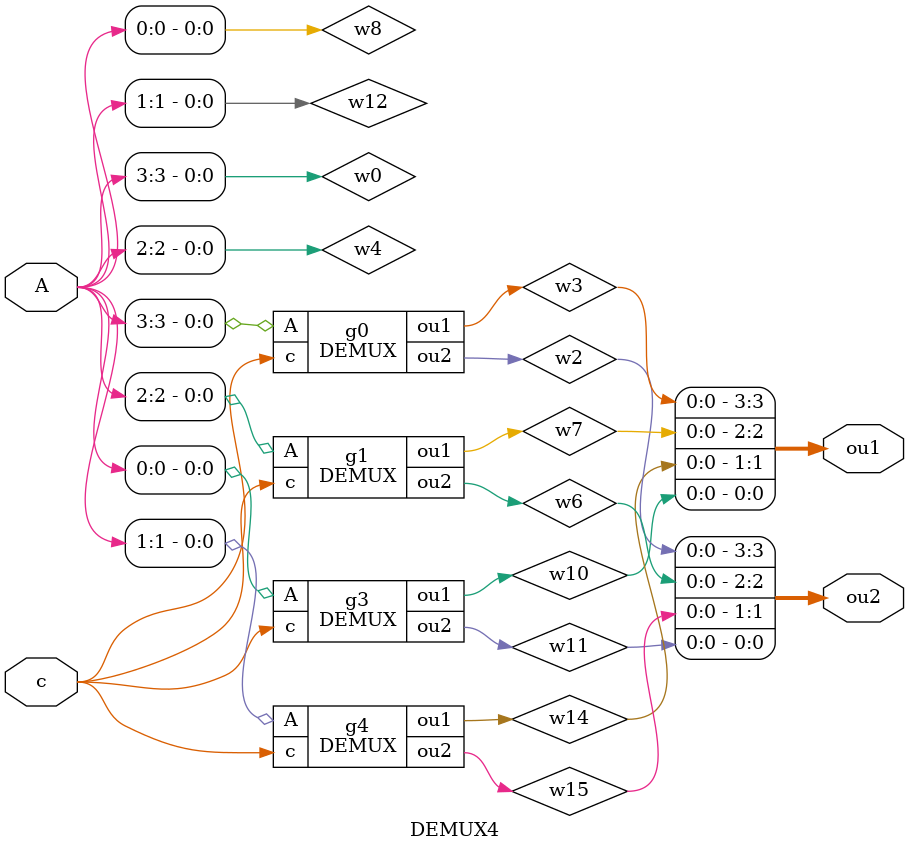
<source format=v>

`timescale 1ns/1ns

module main;    //: root_module
reg w13;    //: /sn:0 {0}(480,702)(205,702)(205,1056){1}
//: {2}(207,1058)(371,1058){3}
//: {4}(203,1058)(158,1058){5}
//: {6}(156,1056)(156,738)(351,738){7}
//: {8}(154,1058)(-49,1058)(-49,994)(-55,994){9}
//: {10}(-57,992)(-57,889)(-31,889){11}
//: {12}(-57,996)(-57,997)(-162,997){13}
supply0 w22;    //: /sn:0 {0}(527,923)(527,906)(488,906){1}
reg w12;    //: /sn:0 {0}(-162,840)(-143,840)(-143,840)(-128,840){1}
reg [3:0] w32;    //: /sn:0 {0}(#:267,674)(267,778)(349,778)(349,780){1}
reg [3:0] w33;    //: /sn:0 {0}(#:484,648)(484,665)(454,665)(454,690)(384,690)(384,710){1}
reg [3:0] w14;    //: /sn:0 {0}(#:392,674)(392,680)(438,680)(438,741){1}
reg [3:0] w5;    //: /sn:0 {0}(#:605,648)(605,665)(513,665)(513,674){1}
wire w6;    //: /sn:0 {0}(339,805)(43,805){1}
//: {2}(41,803)(41,766)(428,766){3}
//: {4}(41,807)(41,878){5}
//: {6}(39,880)(26,880){7}
//: {8}(41,882)(41,933){9}
//: {10}(39,935)(21,935){11}
//: {12}(41,937)(41,969)(389,969){13}
wire [3:0] w7;    //: /sn:0 {0}(#:398,873)(#:398,866)(367,866)(367,842){1}
//: {4}(367,838)(#:367,824){5}
//: {2}(#:365,840)(349,840)(349,871)(310,871)(310,861){3}
wire [3:0] w25;    //: /sn:0 {0}(#:386,780)(#:386,752){1}
wire [3:0] w0;    //: /sn:0 {0}(#:404,1030)(404,1024){1}
//: {2}(404,1020)(404,994){3}
//: {4}(#:402,1022)(321,1022)(321,1015){5}
wire [3:0] w29;    //: /sn:0 {0}(#:515,716)(515,739)(475,739)(#:475,741){1}
wire [7:0] w30;    //: /sn:0 {0}(#:514,1146)(514,1179)(427,1179)(427,1145){1}
wire w18;    //: /sn:0 {0}(-81,860)(-31,860){1}
wire [3:0] w23;    //: /sn:0 {0}(#:447,1102)(447,1055)(444,1055)(444,1023){1}
//: {2}(#:446,1021)(504,1021)(504,1015){3}
//: {4}(444,1019)(#:444,994){5}
wire [3:0] w10;    //: /sn:0 {0}(#:456,810)(456,800){1}
//: {2}(#:458,798)(496,798)(496,871)(528,871)(528,861){3}
//: {4}(456,796)(#:456,785){5}
wire w21;    //: /sn:0 {0}(-128,869)(-145,869)(-145,936)(-21,936){1}
wire [3:0] w1;    //: /sn:0 {0}(#:421,952)(#:421,939){1}
wire [3:0] w27;    //: /sn:0 {0}(#:406,1072)(#:406,1102){1}
wire w26;    //: /sn:0 {0}(359,903)(366,903){1}
wire [3:0] w9;    //: /sn:0 {0}(#:459,853)(#:459,873){1}
//: enddecls

  //: joint g4 (w7) @(367, 840) /w:[ -1 4 2 1 ]
  //: LED g44 (w7) @(310,854) /sn:0 /w:[ 3 ] /type:3
  REG4 g8 (.in(w5), .clk(w13), .out(w29));   //: @(481, 675) /sz:(65, 40) /sn:0 /p:[ Ti0>1 Li0>0 Bo0<0 ]
  //: joint g3 (w10) @(456, 798) /w:[ 2 4 -1 1 ]
  //: DIP B (w14) @(392,664) /w:[ 0 ] /st:3 /dn:1
  mAND g26 (.a(w12), .b(w21), .out0(w18));   //: @(-127, 821) /sz:(45, 68) /sn:0 /p:[ Li0>1 Li1>0 Ro0<0 ]
  DEMUX4 g2 (.A(w1), .c(w6), .ou1(w0), .ou2(w23));   //: @(390, 953) /sz:(66, 40) /sn:0 /p:[ Ti0>0 Li0>13 Bo0<3 Bo1<5 ]
  FFDet g24 (.D(w18), .Clk(w13), .Y(w6));   //: @(-30, 847) /sz:(55, 53) /sn:0 /p:[ Li0>1 Li1>11 Ro0<7 ]
  MUX4 g1 (.A(w14), .B(w29), .C(w6), .out(w10));   //: @(429, 742) /sz:(66, 42) /sn:0 /p:[ Ti0>1 Ti1>1 Li0>3 Bo0<5 ]
  //: DIP A (w32) @(267,664) /w:[ 0 ] /st:10 /dn:1
  //: joint g10 (w6) @(41, 805) /w:[ 1 2 -1 4 ]
  mINV g25 (.w1(w6), .w2(w21));   //: @(-20, 911) /sz:(40, 48) /R:2 /sn:0 /p:[ Ri0>11 Lo0<1 ]
  //: SWITCH Clock (w13) @(-179,997) /w:[ 13 ] /st:0 /dn:1
  //: LED g49 (w23) @(504,1008) /sn:0 /w:[ 3 ] /type:3
  REG4 g6 (.in(w33), .clk(w13), .out(w25));   //: @(352, 711) /sz:(65, 40) /sn:0 /p:[ Ti0>1 Li0>7 Bo0<1 ]
  //: joint g9 (w6) @(41, 880) /w:[ -1 5 6 8 ]
  //: joint g7 (w23) @(444, 1021) /w:[ 2 4 -1 1 ]
  //: GROUND g35 (w22) @(527,929) /sn:0 /w:[ 0 ]
  //: LED g41 (w10) @(528,854) /sn:0 /w:[ 3 ] /type:3
  //: LED g45 (w30) @(514,1139) /sn:0 /w:[ 0 ] /type:3
  COMPL2 g33 (.N(w10), .O(w9));   //: @(430, 811) /sz:(54, 41) /sn:0 /p:[ Ti0>0 Bo0<0 ]
  MUL4 g42 (.A(w27), .B(w23), .out(w30));   //: @(386, 1103) /sz:(82, 41) /sn:0 /p:[ Ti0>1 Ti1>0 Bo0<1 ]
  //: joint g12 (w13) @(-57, 994) /w:[ 9 10 -1 12 ]
  //: SWITCH g28 (w12) @(-179,840) /sn:0 /w:[ 0 ] /st:1 /dn:1
  RCA4 g34 (.A(w7), .B(w9), .cin(w22), .cout(w26), .S(w1));   //: @(367, 874) /sz:(120, 64) /sn:0 /p:[ Ti0>0 Ti1>1 Ri0>1 Lo0<1 Bo0<1 ]
  //: joint g11 (w6) @(41, 935) /w:[ -1 9 10 12 ]
  //: joint g5 (w0) @(404, 1022) /w:[ -1 2 4 1 ]
  REG4 g14 (.in(w0), .clk(w13), .out(w27));   //: @(372, 1031) /sz:(65, 40) /sn:0 /p:[ Ti0>0 Li0>3 Bo0<0 ]
  //: DIP D (w5) @(605,638) /w:[ 0 ] /st:1 /dn:1
  //: DIP C (w33) @(484,638) /w:[ 0 ] /st:3 /dn:1
  //: joint g15 (w13) @(156, 1058) /w:[ 5 6 8 -1 ]
  MUX4 g0 (.A(w32), .B(w25), .C(w6), .out(w7));   //: @(340, 781) /sz:(66, 42) /sn:0 /p:[ Ti0>1 Ti1>0 Li0>0 Bo0<5 ]
  //: joint g13 (w13) @(205, 1058) /w:[ 2 1 4 -1 ]
  //: LED g53 (w0) @(321,1008) /sn:0 /w:[ 5 ] /type:3

endmodule
//: /netlistEnd

//: /netlistBegin FFDls
module FFDls(Y, Clk, D);
//: interface  /sz:(46, 61) /bd:[ Li0>Clk(49/61) Li1>D(9/61) Ro0<Y(36/61) ] /pd: 0 /pi: 0 /pe: 1 /pp: 1
input Clk;    //: /sn:0 {0}(289,238)(274,238)(274,208){1}
//: {2}(274,204)(274,168)(289,168){3}
//: {4}(272,206)(143,206){5}
input D;    //: /sn:0 {0}(193,268)(175,268)(175,141){1}
//: {2}(177,139)(289,139){3}
//: {4}(173,139)(148,139){5}
output Y;    //: /sn:0 {0}(541,180)(493,180){1}
//: {2}(489,180)(469,180){3}
//: {4}(491,182)(491,229)(416,229)(416,254)(426,254){5}
wire w7;    //: /sn:0 {0}(426,288)(351,288)(351,258)(336,258){1}
wire w4;    //: /sn:0 {0}(425,159)(336,159){1}
wire w0;    //: /sn:0 {0}(470,275)(480,275)(480,221)(410,221)(410,193)(425,193){1}
wire w1;    //: /sn:0 {0}(235,267)(289,267){1}
//: enddecls

  mNOR g8 (.A(Y), .B(w7), .out(w0));   //: @(427, 238) /sz:(42, 64) /sn:0 /p:[ Li0>5 Li1>0 Ro0<0 ]
  //: joint g4 (D) @(175, 139) /w:[ 2 -1 4 1 ]
  mAND g3 (.a(Clk), .b(w1), .out0(w7));   //: @(290, 219) /sz:(45, 68) /sn:0 /p:[ Li0>0 Li1>1 Ro0<1 ]
  mAND g2 (.a(D), .b(Clk), .out0(w4));   //: @(290, 120) /sz:(45, 68) /sn:0 /p:[ Li0>3 Li1>3 Ro0<1 ]
  mINV g1 (.w1(D), .w2(w1));   //: @(194, 244) /sz:(40, 48) /sn:0 /p:[ Li0>0 Ro0<0 ]
  //: joint g10 (Y) @(491, 180) /w:[ 1 -1 2 4 ]
  //: joint g6 (Clk) @(274, 206) /w:[ -1 2 4 1 ]
  //: OUT g9 (Y) @(538,180) /sn:0 /w:[ 0 ]
  mNOR g7 (.A(w4), .B(w0), .out(Y));   //: @(426, 143) /sz:(42, 64) /sn:0 /p:[ Li0>0 Li1>1 Ro0<3 ]
  //: IN g5 (Clk) @(141,206) /sn:0 /w:[ 5 ]
  //: IN g0 (D) @(146,139) /sn:0 /w:[ 5 ]

endmodule
//: /netlistEnd

//: /netlistBegin COMPL2
module COMPL2(O, N);
//: interface  /sz:(54, 41) /bd:[ Ti0>N[3:0](26/54) Bo0<O[3:0](29/54) ] /pd: 0 /pi: 0 /pe: 1 /pp: 1
supply1 w0;    //: /sn:0 {0}(754,310)(754,337)(714,337){1}
output [3:0] O;    //: /sn:0 {0}(#:529,575)(552,575)(#:552,477){1}
input [3:0] N;    //: /sn:0 {0}(#:314,54)(389,54){1}
//: {2}(390,54)(485,54){3}
//: {4}(486,54)(579,54){5}
//: {6}(580,54)(681,54){7}
//: {8}(682,54)(#:756,54){9}
wire w6;    //: /sn:0 {0}(580,311)(580,243){1}
wire w16;    //: /sn:0 {0}(456,334)(422,334){1}
wire w7;    //: /sn:0 {0}(579,201)(579,50){1}
wire w4;    //: /sn:0 {0}(390,309)(390,243){1}
wire w3;    //: /sn:0 {0}(484,199)(484,57)(485,57)(485,50){1}
wire w20;    //: /sn:0 {0}(567,471)(567,460)(685,460)(685,363){1}
wire w12;    //: /sn:0 {0}(682,312)(682,241){1}
wire w19;    //: /sn:0 {0}(347,333)(362,333){1}
wire w10;    //: /sn:0 {0}(547,471)(547,431)(487,431)(487,361){1}
wire w1;    //: /sn:0 {0}(389,201)(389,50){1}
wire w8;    //: /sn:0 {0}(484,310)(484,264)(485,264)(485,241){1}
wire w17;    //: /sn:0 {0}(583,362)(583,448)(557,448)(557,471){1}
wire w14;    //: /sn:0 {0}(654,336)(612,336){1}
wire w15;    //: /sn:0 {0}(537,471)(537,456)(393,456)(393,360){1}
wire w5;    //: /sn:0 {0}(681,199)(681,50){1}
wire w9;    //: /sn:0 {0}(516,335)(552,335){1}
//: enddecls

  mINV g4 (.w1(w5), .w2(w12));   //: @(657, 200) /sz:(48, 40) /R:3 /sn:0 /p:[ Ti0>0 Bo0<1 ]
  assign w7 = N[1]; //: TAP g8 @(579,52) /sn:0 /R:1 /w:[ 1 5 6 ] /ss:1
  mINV g3 (.w1(w3), .w2(w8));   //: @(460, 200) /sz:(48, 40) /R:3 /sn:0 /p:[ Ti0>0 Bo0<1 ]
  //: OUT g16 (O) @(532,575) /sn:0 /R:2 /w:[ 0 ]
  HA g17 (.N(w12), .cin(w0), .cout(w14), .S(w20));   //: @(655, 313) /sz:(58, 49) /sn:0 /p:[ Ti0>0 Ri0>1 Lo0<0 Bo0<1 ]
  mINV g2 (.w1(w1), .w2(w4));   //: @(365, 202) /sz:(48, 40) /R:3 /sn:0 /p:[ Ti0>0 Bo0<1 ]
  HA g1 (.N(w6), .cin(w14), .cout(w9), .S(w17));   //: @(553, 312) /sz:(58, 49) /sn:0 /p:[ Ti0>0 Ri0>1 Lo0<1 Bo0<0 ]
  HA g10 (.N(w8), .cin(w9), .cout(w16), .S(w10));   //: @(457, 311) /sz:(58, 49) /sn:0 /p:[ Ti0>0 Ri0>0 Lo0<0 Bo0<1 ]
  assign w1 = N[3]; //: TAP g6 @(389,52) /sn:0 /R:1 /w:[ 1 1 2 ] /ss:1
  assign w3 = N[2]; //: TAP g7 @(485,52) /sn:0 /R:1 /w:[ 1 3 4 ] /ss:1
  assign w5 = N[0]; //: TAP g9 @(681,52) /sn:0 /R:1 /w:[ 1 7 8 ] /ss:1
  //: VDD g12 (w0) @(765,310) /sn:0 /w:[ 0 ]
  mINV g5 (.w1(w7), .w2(w6));   //: @(555, 202) /sz:(48, 40) /R:3 /sn:0 /p:[ Ti0>0 Bo0<1 ]
  HA g11 (.N(w4), .cin(w16), .cout(w19), .S(w15));   //: @(363, 310) /sz:(58, 49) /sn:0 /p:[ Ti0>0 Ri0>1 Lo0<1 Bo0<1 ]
  //: IN g0 (N) @(758,54) /sn:0 /R:2 /w:[ 9 ]
  assign O = {w15, w10, w17, w20}; //: CONCAT g13  @(552,476) /sn:0 /R:3 /w:[ 1 0 0 1 0 ] /dr:1 /tp:0 /drp:1

endmodule
//: /netlistEnd

//: /netlistBegin DEMUX
module DEMUX(ou2, ou1, c, A);
//: interface  /sz:(63, 40) /bd:[ Ti0>A(30/63) Li0>c(16/40) Bo0<ou1(12/63) Bo1<ou2(52/63) ] /pd: 0 /pi: 0 /pe: 1 /pp: 1
input A;    //: /sn:0 {0}(349,334)(177,334)(177,230)(169,230){1}
//: {2}(167,228)(167,165)(345,165){3}
//: {4}(167,232)(167,234)(138,234){5}
output ou2;    //: /sn:0 {0}(396,325)(426,325)(426,308)(441,308){1}
input c;    //: /sn:0 {0}(138,308)(226,308){1}
//: {2}(230,308)(336,308)(336,305)(349,305){3}
//: {4}(228,306)(228,197)(241,197){5}
output ou1;    //: /sn:0 {0}(392,185)(421,185)(421,230)(436,230){1}
wire w0;    //: /sn:0 {0}(283,196)(327,196)(327,194)(345,194){1}
//: enddecls

  //: joint g8 (c) @(228, 308) /w:[ 2 4 1 -1 ]
  mAND g4 (.b(w0), .a(A), .out0(ou1));   //: @(346, 146) /sz:(45, 68) /sn:0 /p:[ Li0>1 Li1>3 Ro0<0 ]
  //: OUT g3 (ou2) @(438,308) /sn:0 /w:[ 1 ]
  //: OUT g2 (ou1) @(433,230) /sn:0 /w:[ 1 ]
  //: IN g1 (c) @(136,308) /sn:0 /w:[ 0 ]
  mINV g6 (.w1(c), .w2(w0));   //: @(242, 173) /sz:(40, 48) /sn:0 /p:[ Li0>5 Ro0<0 ]
  //: joint g7 (A) @(167, 230) /w:[ 1 2 -1 4 ]
  mAND g5 (.b(A), .a(c), .out0(ou2));   //: @(350, 286) /sz:(45, 68) /sn:0 /p:[ Li0>0 Li1>3 Ro0<0 ]
  //: IN g0 (A) @(136,234) /sn:0 /w:[ 5 ]

endmodule
//: /netlistEnd

//: /netlistBegin mOR
module mOR(b, a, out);
//: interface  /sz:(42, 45) /bd:[ Li0>b(33/45) Li1>a(14/45) Ro0<out(27/45) ] /pd: 0 /pi: 0 /pe: 1 /pp: 1
input b;    //: /sn:0 {0}(50,264)(136,264)(136,237)(151,237){1}
output out;    //: /sn:0 {0}(345,223)(284,223){1}
input a;    //: /sn:0 {0}(44,177)(136,177)(136,203)(151,203){1}
wire w0;    //: /sn:0 {0}(195,224)(242,224){1}
//: enddecls

  //: IN g4 (b) @(48,264) /sn:0 /w:[ 0 ]
  //: IN g3 (a) @(42,177) /sn:0 /w:[ 0 ]
  mNOR g1 (.B(b), .A(a), .out(w0));   //: @(152, 187) /sz:(42, 64) /sn:0 /p:[ Li0>1 Li1>1 Ro0<0 ]
  //: OUT g5 (out) @(342,223) /sn:0 /w:[ 0 ]
  mINV g0 (.w1(w0), .w2(out));   //: @(243, 200) /sz:(40, 48) /sn:0 /p:[ Li0>1 Ro0<1 ]

endmodule
//: /netlistEnd

//: /netlistBegin REG4
module REG4(clk, out, in);
//: interface  /sz:(65, 40) /bd:[ Ti0>in[3:0](32/65) Li0>clk(27/40) Bo0<out[3:0](34/65) ] /pd: 0 /pi: 0 /pe: 1 /pp: 1
input [3:0] in;    //: /sn:0 {0}(#:79,127)(97,127)(97,147){1}
//: {2}(97,148)(97,231){3}
//: {4}(97,232)(97,338){5}
//: {6}(97,339)(97,438){7}
//: {8}(97,439)(97,473){9}
output [3:0] out;    //: /sn:0 {0}(319,306)(#:273,306){1}
input clk;    //: /sn:0 {0}(79,512)(119,512)(119,470){1}
//: {2}(121,468)(144,468){3}
//: {4}(119,466)(119,370){5}
//: {6}(121,368)(144,368){7}
//: {8}(119,366)(119,263){9}
//: {10}(121,261)(144,261){11}
//: {12}(119,259)(119,177)(144,177){13}
wire w6;    //: /sn:0 {0}(101,439)(122,439)(122,439)(144,439){1}
wire w4;    //: /sn:0 {0}(101,232)(122,232)(122,232)(144,232){1}
wire w1;    //: /sn:0 {0}(101,148)(144,148){1}
wire w8;    //: /sn:0 {0}(267,321)(252,321)(252,459)(201,459){1}
wire w11;    //: /sn:0 {0}(267,311)(216,311)(216,359)(201,359){1}
wire w2;    //: /sn:0 {0}(267,291)(253,291)(253,168)(201,168){1}
wire w5;    //: /sn:0 {0}(267,301)(216,301)(216,252)(201,252){1}
wire w9;    //: /sn:0 {0}(101,339)(122,339)(122,339)(144,339){1}
//: enddecls

  assign w6 = in[3]; //: TAP g8 @(95,439) /sn:0 /R:2 /w:[ 0 8 7 ] /ss:1
  FFDet g4 (.D(w6), .Clk(clk), .Y(w8));   //: @(145, 426) /sz:(55, 53) /sn:0 /p:[ Li0>1 Li1>3 Ro0<1 ]
  assign w1 = in[0]; //: TAP g3 @(95,148) /sn:0 /R:2 /w:[ 0 2 1 ] /ss:1
  FFDet g2 (.D(w4), .Clk(clk), .Y(w5));   //: @(145, 219) /sz:(55, 53) /sn:0 /p:[ Li0>1 Li1>11 Ro0<1 ]
  FFDet g1 (.D(w1), .Clk(clk), .Y(w2));   //: @(145, 135) /sz:(55, 53) /sn:0 /p:[ Li0>1 Li1>13 Ro0<1 ]
  //: joint g10 (clk) @(119, 468) /w:[ 2 4 -1 1 ]
  assign w4 = in[1]; //: TAP g6 @(95,232) /sn:0 /R:2 /w:[ 0 4 3 ] /ss:1
  //: IN g9 (clk) @(77,512) /sn:0 /w:[ 0 ]
  assign w9 = in[2]; //: TAP g7 @(95,339) /sn:0 /R:2 /w:[ 0 6 5 ] /ss:1
  //: joint g12 (clk) @(119, 261) /w:[ 10 12 -1 9 ]
  //: OUT g14 (out) @(316,306) /sn:0 /w:[ 0 ]
  //: joint g11 (clk) @(119, 368) /w:[ 6 8 -1 5 ]
  FFDet g5 (.D(w9), .Clk(clk), .Y(w11));   //: @(145, 326) /sz:(55, 53) /sn:0 /p:[ Li0>1 Li1>7 Ro0<1 ]
  //: IN g0 (in) @(77,127) /sn:0 /w:[ 0 ]
  assign out = {w8, w11, w5, w2}; //: CONCAT g13  @(272,306) /sn:0 /w:[ 1 0 0 0 0 ] /dr:1 /tp:0 /drp:1

endmodule
//: /netlistEnd

//: /netlistBegin HA
module HA(cin, S, cout, N);
//: interface  /sz:(58, 49) /bd:[ Ti0>N(27/58) Ri0>cin(24/49) Lo0<cout(23/49) Bo0<S(30/58) ] /pd: 0 /pi: 0 /pe: 1 /pp: 1
input cin;    //: /sn:0 {0}(380,364)(315,364)(315,310){1}
//: {2}(315,306)(315,278)(381,278){3}
//: {4}(313,308)(300,308){5}
output cout;    //: /sn:0 {0}(500,355)(463,355)(463,355)(427,355){1}
output S;    //: /sn:0 {0}(500,269)(463,269)(463,269)(425,269){1}
input N;    //: /sn:0 {0}(380,335)(346,335)(346,253){1}
//: {2}(348,251)(381,251){3}
//: {4}(344,251)(300,251){5}
//: enddecls

  //: joint g4 (N) @(346, 251) /w:[ 2 -1 4 1 ]
  mAND g3 (.b(cin), .a(N), .out0(cout));   //: @(381, 316) /sz:(45, 68) /sn:0 /p:[ Li0>0 Li1>0 Ro0<1 ]
  mEXOR g2 (.a(N), .b(cin), .out(S));   //: @(382, 238) /sz:(42, 55) /sn:0 /p:[ Li0>3 Li1>3 Ro0<1 ]
  //: IN g1 (cin) @(298,308) /sn:0 /w:[ 5 ]
  //: OUT g6 (S) @(497,269) /sn:0 /w:[ 0 ]
  //: OUT g7 (cout) @(497,355) /sn:0 /w:[ 0 ]
  //: joint g5 (cin) @(315, 308) /w:[ -1 2 4 1 ]
  //: IN g0 (N) @(298,251) /sn:0 /w:[ 5 ]

endmodule
//: /netlistEnd

//: /netlistBegin FFDet
module FFDet(Clk, Y, D);
//: interface  /sz:(55, 53) /bd:[ Li0>Clk(42/53) Li1>D(13/53) Ro0<Y(33/53) ] /pd: 0 /pi: 0 /pe: 1 /pp: 1
input Clk;    //: /sn:0 {0}(94,307)(123,307){1}
//: {2}(127,307)(289,307)(289,228)(309,228){3}
//: {4}(125,305)(125,274){5}
input D;    //: /sn:0 {0}(94,161)(162,161){1}
output Y;    //: /sn:0 {0}(437,215)(357,215){1}
wire w0;    //: /sn:0 {0}(124,232)(124,201)(162,201){1}
wire w2;    //: /sn:0 {0}(210,188)(309,188){1}
//: enddecls

  mINV g4 (.w1(Clk), .w2(w0));   //: @(101, 233) /sz:(48, 40) /R:1 /sn:0 /p:[ Bi0>5 To0<0 ]
  FFDls g3 (.D(w2), .Clk(Clk), .Y(Y));   //: @(310, 179) /sz:(46, 61) /sn:0 /p:[ Li0>1 Li1>3 Ro0<1 ]
  FFDls g2 (.D(D), .Clk(w0), .Y(w2));   //: @(163, 152) /sz:(46, 61) /sn:0 /p:[ Li0>1 Li1>1 Ro0<0 ]
  //: IN g1 (Clk) @(92,307) /sn:0 /w:[ 0 ]
  //: OUT g6 (Y) @(434,215) /sn:0 /w:[ 0 ]
  //: joint g5 (Clk) @(125, 307) /w:[ 2 4 1 -1 ]
  //: IN g0 (D) @(92,161) /sn:0 /w:[ 0 ]

endmodule
//: /netlistEnd

//: /netlistBegin RCA4
module RCA4(cin, S, B, A, cout);
//: interface  /sz:(120, 64) /bd:[ Ti0>B[3:0](92/120) Ti1>A[3:0](31/120) Ri0>cin(32/64) Lo0<cout(29/64) Bo0<S[3:0](54/120) ] /pd: 0 /pi: 0 /pe: 1 /pp: 1
input [3:0] B;    //: /sn:0 {0}(#:297,164)(360,164){1}
//: {2}(361,164)(457,164){3}
//: {4}(458,164)(540,164){5}
//: {6}(541,164)(644,164){7}
//: {8}(645,164)(708,164){9}
input [3:0] A;    //: /sn:0 {0}(#:297,121)(382,121){1}
//: {2}(383,121)(477,121){3}
//: {4}(478,121)(562,121){5}
//: {6}(563,121)(665,121){7}
//: {8}(666,121)(702,121){9}
input cin;    //: /sn:0 {0}(744,155)(754,155)(754,244)(682,244){1}
output cout;    //: /sn:0 {0}(348,248)(281,248)(281,303)(268,303)(268,315)(281,315){1}
output [3:0] S;    //: /sn:0 {0}(#:512,353)(512,410)(#:471,410){1}
wire w6;    //: /sn:0 {0}(458,168)(458,176)(457,176)(457,221){1}
wire w16;    //: /sn:0 {0}(645,168)(645,221){1}
wire w7;    //: /sn:0 {0}(478,125)(478,221){1}
wire w4;    //: /sn:0 {0}(376,274)(376,332)(497,332)(497,347){1}
wire w0;    //: /sn:0 {0}(442,248)(415,248)(415,244)(400,244){1}
wire w12;    //: /sn:0 {0}(563,125)(563,133)(564,133)(564,221){1}
wire w19;    //: /sn:0 {0}(658,274)(658,332)(527,332)(527,347){1}
wire w10;    //: /sn:0 {0}(630,248)(595,248)(595,244)(580,244){1}
wire w1;    //: /sn:0 {0}(361,168)(361,176)(363,176)(363,221){1}
wire w17;    //: /sn:0 {0}(666,125)(666,221){1}
wire w14;    //: /sn:0 {0}(556,274)(556,307)(517,307)(517,347){1}
wire w2;    //: /sn:0 {0}(383,125)(383,133)(384,133)(384,221){1}
wire w11;    //: /sn:0 {0}(541,168)(541,176)(543,176)(543,221){1}
wire w5;    //: /sn:0 {0}(528,248)(509,248)(509,244)(494,244){1}
wire w9;    //: /sn:0 {0}(470,274)(470,322)(507,322)(507,347){1}
//: enddecls

  //: IN g4 (cin) @(742,155) /sn:0 /w:[ 0 ]
  assign w7 = A[2]; //: TAP g8 @(478,119) /sn:0 /R:1 /w:[ 0 3 4 ] /ss:1
  FA g3 (.a(w17), .b(w16), .cin(cin), .cout(w10), .S(w19));   //: @(631, 222) /sz:(50, 51) /R:3 /sn:0 /p:[ Ti0>1 Ti1>1 Ri0>1 Lo0<0 Bo0<0 ]
  assign S = {w4, w9, w14, w19}; //: CONCAT g16  @(512,352) /sn:0 /R:3 /w:[ 0 1 1 1 1 ] /dr:1 /tp:0 /drp:1
  //: OUT g17 (S) @(474,410) /sn:0 /R:2 /w:[ 1 ]
  FA g2 (.a(w12), .b(w11), .cin(w10), .cout(w5), .S(w14));   //: @(529, 222) /sz:(50, 51) /R:3 /sn:0 /p:[ Ti0>1 Ti1>1 Ri0>1 Lo0<0 Bo0<0 ]
  FA g1 (.a(w7), .b(w6), .cin(w5), .cout(w0), .S(w9));   //: @(443, 222) /sz:(50, 51) /R:3 /sn:0 /p:[ Ti0>1 Ti1>1 Ri0>1 Lo0<0 Bo0<0 ]
  //: IN g10 (B) @(295,164) /sn:0 /w:[ 0 ]
  assign w17 = A[0]; //: TAP g6 @(666,119) /sn:0 /R:1 /w:[ 0 7 8 ] /ss:1
  assign w12 = A[1]; //: TAP g7 @(563,119) /sn:0 /R:1 /w:[ 0 5 6 ] /ss:1
  assign w2 = A[3]; //: TAP g9 @(383,119) /sn:0 /R:1 /w:[ 0 1 2 ] /ss:1
  assign w11 = B[1]; //: TAP g12 @(541,162) /sn:0 /R:1 /w:[ 0 5 6 ] /ss:1
  //: IN g5 (A) @(295,121) /sn:0 /w:[ 0 ]
  assign w16 = B[0]; //: TAP g11 @(645,162) /sn:0 /R:1 /w:[ 0 7 8 ] /ss:1
  assign w1 = B[3]; //: TAP g14 @(361,162) /sn:0 /R:1 /w:[ 0 1 2 ] /ss:1
  //: OUT g15 (cout) @(278,315) /sn:0 /w:[ 1 ]
  FA g0 (.a(w2), .b(w1), .cin(w0), .cout(cout), .S(w4));   //: @(349, 222) /sz:(50, 51) /R:3 /sn:0 /p:[ Ti0>1 Ti1>1 Ri0>1 Lo0<0 Bo0<0 ]
  assign w6 = B[2]; //: TAP g13 @(458,162) /sn:0 /R:1 /w:[ 0 3 4 ] /ss:1

endmodule
//: /netlistEnd

//: /netlistBegin mAND
module mAND(out0, b, a);
//: interface  /sz:(45, 68) /bd:[ Li0>b(48/68) Li1>a(19/68) Ro0<out0(39/68) ] /pd: 0 /pi: 0 /pe: 1 /pp: 1
input b;    //: /sn:0 {0}(54,230)(82,230)(82,226)(97,226){1}
output out0;    //: /sn:0 {0}(328,200)(243,200){1}
input a;    //: /sn:0 {0}(54,170)(82,170)(82,191)(97,191){1}
wire w2;    //: /sn:0 {0}(201,201)(167,201)(167,215)(152,215){1}
//: enddecls

  //: OUT g4 (out0) @(325,200) /sn:0 /w:[ 0 ]
  mINV g3 (.w1(w2), .w2(out0));   //: @(202, 177) /sz:(40, 48) /sn:0 /p:[ Li0>0 Ro0<1 ]
  mNAND g2 (.a(a), .b(b), .out(w2));   //: @(98, 177) /sz:(53, 64) /sn:0 /p:[ Li0>1 Li1>1 Ro0<1 ]
  //: IN g1 (b) @(52,230) /sn:0 /w:[ 0 ]
  //: IN g0 (a) @(52,170) /sn:0 /w:[ 0 ]

endmodule
//: /netlistEnd

//: /netlistBegin mNAND
module mNAND(out, b, a);
//: interface  /sz:(53, 64) /bd:[ Li0>b(49/64) Li1>a(14/64) Ro0<out(38/64) ] /pd: 0 /pi: 0 /pe: 1 /pp: 1
input b;    //: /sn:0 {0}(203,371)(282,371){1}
//: {2}(286,371)(303,371){3}
//: {4}(284,369)(284,211)(325,211){5}
supply0 w0;    //: /sn:0 {0}(311,456)(311,395)(317,395)(317,380){1}
output out;    //: /sn:0 {0}(317,290)(317,260){1}
//: {2}(319,258)(329,258)(329,257)(391,257){3}
//: {4}(317,256)(317,246)(311,246)(311,236){5}
//: {6}(313,234)(339,234)(339,220){7}
//: {8}(309,234)(278,234)(278,220){9}
supply1 w2;    //: /sn:0 {0}(278,203)(278,189)(309,189){1}
//: {2}(313,189)(339,189)(339,203){3}
//: {4}(311,187)(311,143){5}
input a;    //: /sn:0 {0}(203,298)(224,298){1}
//: {2}(228,298)(267,298)(267,298)(303,298){3}
//: {4}(226,296)(226,211)(264,211){5}
wire w4;    //: /sn:0 {0}(317,363)(317,335)(317,335)(317,307){1}
//: enddecls

  //: joint g8 (a) @(226, 298) /w:[ 2 4 1 -1 ]
  _GGNMOS #(2, 1) g4 (.Z(out), .S(w4), .G(a));   //: @(311,298) /sn:0 /w:[ 0 1 3 ]
  _GGPMOS #(2, 1) g3 (.Z(out), .S(w2), .G(a));   //: @(272,211) /sn:0 /w:[ 9 0 5 ]
  //: OUT g2 (out) @(388,257) /sn:0 /w:[ 3 ]
  //: IN g1 (b) @(201,371) /sn:0 /w:[ 0 ]
  //: GROUND g10 (w0) @(311,462) /sn:0 /w:[ 0 ]
  _GGNMOS #(2, 1) g6 (.Z(w4), .S(w0), .G(b));   //: @(311,371) /sn:0 /w:[ 0 1 3 ]
  //: joint g9 (out) @(311, 234) /w:[ 6 -1 8 5 ]
  //: joint g7 (w2) @(311, 189) /w:[ 2 4 1 -1 ]
  //: joint g12 (b) @(284, 371) /w:[ 2 4 1 -1 ]
  //: VDD g11 (w2) @(322,143) /sn:0 /w:[ 5 ]
  _GGPMOS #(2, 1) g5 (.Z(out), .S(w2), .G(b));   //: @(333,211) /sn:0 /w:[ 7 3 5 ]
  //: IN g0 (a) @(201,298) /sn:0 /w:[ 0 ]
  //: joint g13 (out) @(317, 258) /w:[ 2 4 -1 1 ]

endmodule
//: /netlistEnd

//: /netlistBegin MUX
module MUX(out, C, B, A);
//: interface  /sz:(67, 40) /bd:[ Ti0>B(47/67) Ti1>A(15/67) Li0>C(19/40) Bo0<out(33/67) ] /pd: 0 /pi: 0 /pe: 1 /pp: 1
input B;    //: /sn:0 {0}(120,191)(216,191){1}
input A;    //: /sn:0 {0}(120,98)(215,98){1}
output out;    //: /sn:0 {0}(440,163)(369,163){1}
input C;    //: /sn:0 {0}(216,220)(121,220)(121,266)(134,266){1}
//: {2}(136,264)(136,262)(151,262){3}
//: {4}(136,268)(136,303)(120,303){5}
wire w1;    //: /sn:0 {0}(193,261)(194,261)(194,127)(215,127){1}
wire w2;    //: /sn:0 {0}(325,150)(277,150)(277,118)(262,118){1}
wire w5;    //: /sn:0 {0}(325,169)(278,169)(278,211)(263,211){1}
//: enddecls

  mAND g4 (.b(C), .a(B), .out0(w5));   //: @(217, 172) /sz:(45, 68) /sn:0 /p:[ Li0>0 Li1>1 Ro0<1 ]
  //: OUT g8 (out) @(437,163) /sn:0 /w:[ 0 ]
  mAND g3 (.b(w1), .a(A), .out0(w2));   //: @(216, 79) /sz:(45, 68) /sn:0 /p:[ Li0>1 Li1>1 Ro0<1 ]
  //: IN g2 (C) @(118,303) /sn:0 /w:[ 5 ]
  //: IN g1 (B) @(118,191) /sn:0 /w:[ 0 ]
  mOR g6 (.b(w5), .a(w2), .out(out));   //: @(326, 136) /sz:(42, 45) /sn:0 /p:[ Li0>0 Li1>0 Ro0<1 ]
  //: joint g7 (C) @(136, 266) /w:[ -1 2 1 4 ]
  mINV g5 (.w1(C), .w2(w1));   //: @(152, 238) /sz:(40, 48) /sn:0 /p:[ Li0>3 Ro0<0 ]
  //: IN g0 (A) @(118,98) /sn:0 /w:[ 0 ]

endmodule
//: /netlistEnd

//: /netlistBegin mINV
module mINV(w1, w2);
//: interface  /sz:(40, 48) /bd:[ Li0>w1(24/48) Ro0<w2(23/48) ] /pd: 0 /pi: 0 /pe: 1 /pp: 1
supply1 w6;    //: /sn:0 {0}(629,171)(629,192)(646,192)(646,213){1}
supply0 w7;    //: /sn:0 {0}(640,341)(640,320)(646,320)(646,299){1}
input w1;    //: /sn:0 {0}(540,255)(615,255){1}
//: {2}(617,253)(617,221)(632,221){3}
//: {4}(617,257)(617,290)(632,290){5}
output w2;    //: /sn:0 {0}(646,230)(646,261){1}
//: {2}(648,263)(684,263){3}
//: {4}(646,265)(646,282){5}
//: enddecls

  //: IN g4 (w1) @(538,255) /sn:0 /w:[ 0 ]
  //: GROUND g3 (w7) @(640,347) /sn:0 /w:[ 0 ]
  //: VDD g2 (w6) @(640,171) /sn:0 /w:[ 0 ]
  _GGNMOS #(2, 1) g1 (.Z(w2), .S(w7), .G(w1));   //: @(640,290) /sn:0 /w:[ 5 1 5 ]
  //: OUT g6 (w2) @(681,263) /sn:0 /w:[ 3 ]
  //: joint g7 (w2) @(646, 263) /w:[ 2 1 -1 4 ]
  //: joint g5 (w1) @(617, 255) /w:[ -1 2 1 4 ]
  _GGPMOS #(2, 1) g0 (.Z(w2), .S(w6), .G(w1));   //: @(640,221) /sn:0 /w:[ 0 1 3 ]

endmodule
//: /netlistEnd

//: /netlistBegin MUX4
module MUX4(out, C, B, A);
//: interface  /sz:(66, 42) /bd:[ Ti0>B[3:0](46/66) Ti1>A[3:0](9/66) Li0>C(24/42) Bo0<out[3:0](27/66) ] /pd: 0 /pi: 0 /pe: 1 /pp: 1
input [3:0] B;    //: /sn:0 {0}(#:123,152)(282,152){1}
//: {2}(283,152)(393,152){3}
//: {4}(394,152)(493,152){5}
//: {6}(494,152)(604,152){7}
//: {8}(605,152)(697,152){9}
input [3:0] A;    //: /sn:0 {0}(#:121,111)(250,111){1}
//: {2}(251,111)(360,111){3}
//: {4}(361,111)(460,111){5}
//: {6}(461,111)(572,111){7}
//: {8}(573,111)(694,111){9}
output [3:0] out;    //: /sn:0 {0}(412,445)(395,445)(#:395,386){1}
input C;    //: /sn:0 {0}(116,249)(202,249){1}
//: {2}(204,247)(204,225)(235,225){3}
//: {4}(204,251)(204,309)(329,309){5}
//: {6}(333,309)(431,309){7}
//: {8}(435,309)(529,309)(529,225)(557,225){9}
//: {10}(433,307)(433,225)(446,225){11}
//: {12}(331,307)(331,225)(346,225){13}
wire w13;    //: /sn:0 {0}(605,156)(605,205){1}
wire w7;    //: /sn:0 {0}(390,380)(390,337)(400,337)(400,262)(380,262)(380,247){1}
wire w4;    //: /sn:0 {0}(394,156)(394,205){1}
wire w0;    //: /sn:0 {0}(283,156)(283,205){1}
wire w3;    //: /sn:0 {0}(380,380)(380,337)(269,337)(269,247){1}
wire w12;    //: /sn:0 {0}(573,115)(573,205){1}
wire w1;    //: /sn:0 {0}(251,115)(251,205){1}
wire w8;    //: /sn:0 {0}(461,115)(461,123)(462,123)(462,205){1}
wire w11;    //: /sn:0 {0}(400,380)(400,347)(480,347)(480,247){1}
wire w15;    //: /sn:0 {0}(410,380)(410,360)(591,360)(591,247){1}
wire w5;    //: /sn:0 {0}(361,115)(361,123)(362,123)(362,205){1}
wire w9;    //: /sn:0 {0}(494,156)(494,205){1}
//: enddecls

  MUX g4 (.A(w1), .B(w0), .C(C), .out(w3));   //: @(236, 206) /sz:(67, 40) /sn:0 /p:[ Ti0>1 Ti1>1 Li0>3 Bo0<1 ]
  MUX g8 (.A(w12), .B(w13), .C(C), .out(w15));   //: @(558, 206) /sz:(67, 40) /sn:0 /p:[ Ti0>1 Ti1>1 Li0>9 Bo0<1 ]
  //: OUT g3 (out) @(409,445) /sn:0 /w:[ 0 ]
  //: joint g16 (C) @(204, 249) /w:[ -1 2 1 4 ]
  //: joint g17 (C) @(433, 309) /w:[ 8 10 7 -1 ]
  //: IN g2 (C) @(114,249) /sn:0 /w:[ 0 ]
  //: IN g1 (B) @(121,152) /sn:0 /w:[ 0 ]
  //: joint g18 (C) @(331, 309) /w:[ 6 12 5 -1 ]
  assign w8 = A[2]; //: TAP g10 @(461,109) /sn:0 /R:1 /w:[ 0 5 6 ] /ss:1
  assign w1 = A[0]; //: TAP g6 @(251,109) /sn:0 /R:1 /w:[ 0 1 2 ] /ss:1
  MUX g7 (.A(w8), .B(w9), .C(C), .out(w11));   //: @(447, 206) /sz:(67, 40) /sn:0 /p:[ Ti0>1 Ti1>1 Li0>11 Bo0<1 ]
  assign w5 = A[1]; //: TAP g9 @(361,109) /sn:0 /R:1 /w:[ 0 3 4 ] /ss:1
  assign w13 = B[3]; //: TAP g12 @(605,150) /sn:0 /R:1 /w:[ 0 7 8 ] /ss:1
  MUX g5 (.A(w5), .B(w4), .C(C), .out(w7));   //: @(347, 206) /sz:(67, 40) /sn:0 /p:[ Ti0>1 Ti1>1 Li0>13 Bo0<1 ]
  assign w12 = A[3]; //: TAP g11 @(573,109) /sn:0 /R:1 /w:[ 0 7 8 ] /ss:1
  assign w0 = B[0]; //: TAP g14 @(283,150) /sn:0 /R:1 /w:[ 0 1 2 ] /ss:1
  assign out = {w15, w11, w7, w3}; //: CONCAT g19  @(395,385) /sn:0 /R:3 /w:[ 1 0 0 0 0 ] /dr:0 /tp:0 /drp:1
  //: IN g0 (A) @(119,111) /sn:0 /w:[ 0 ]
  assign w9 = B[2]; //: TAP g15 @(494,150) /sn:0 /R:1 /w:[ 0 5 6 ] /ss:1
  assign w4 = B[1]; //: TAP g13 @(394,150) /sn:0 /R:1 /w:[ 0 3 4 ] /ss:1

endmodule
//: /netlistEnd

//: /netlistBegin MAC
module MAC(Aout, S, B, A, Sout, Bout, Cout, C);
//: interface  /sz:(68, 85) /bd:[ Ti0>S(20/68) Ti1>A(55/68) Ri0>C(65/85) Ri1>B(26/85) Lo0<Cout(63/85) Lo1<Bout(18/85) Bo0<Sout(48/68) Bo1<Aout(15/68) ] /pd: 0 /pi: 0 /pe: 1 /pp: 1
input B;    //: /sn:0 {0}(170,297)(159,297)(159,274)(165,274)(165,264)(172,264)(172,257){1}
//: {2}(174,255)(279,255){3}
//: {4}(170,255)(152,255){5}
//: {6}(148,255)(133,255){7}
//: {8}(150,257)(150,302)(170,302){9}
input A;    //: /sn:0 {0}(133,226)(183,226){1}
//: {2}(187,226)(279,226){3}
//: {4}(185,224)(185,169)(216,169){5}
//: {6}(185,228)(185,238)(200,238)(200,174)(216,174){7}
output Sout;    //: /sn:0 {0}(467,373)(423,373){1}
output Aout;    //: /sn:0 {0}(210,118)(200,118)(200,133)(252,133)(252,172)(237,172){1}
output Cout;    //: /sn:0 {0}(420,447)(397,447)(397,401){1}
output Bout;    //: /sn:0 {0}(244,334)(206,334)(206,300)(191,300){1}
input C;    //: /sn:0 {0}(379,294)(393,294)(393,349){1}
input S;    //: /sn:0 {0}(133,386)(250,386)(250,386)(370,386){1}
wire w2;    //: /sn:0 {0}(326,246)(355,246)(355,365)(370,365){1}
//: enddecls

  //: OUT g8 (Aout) @(207,118) /sn:0 /w:[ 0 ]
  //: IN g4 (S) @(131,386) /sn:0 /w:[ 0 ]
  //: IN g3 (B) @(131,255) /sn:0 /w:[ 7 ]
  //: IN g2 (A) @(131,226) /sn:0 /w:[ 0 ]
  FA g1 (.cin(C), .b(S), .a(w2), .cout(Cout), .S(Sout));   //: @(371, 350) /sz:(51, 50) /sn:0 /p:[ Ti0>1 Li0>1 Li1>1 Bo0<1 Ro0<1 ]
  //: joint g10 (B) @(172, 255) /w:[ 2 -1 4 1 ]
  //: OUT g6 (Sout) @(464,373) /sn:0 /w:[ 0 ]
  //: OUT g9 (Bout) @(241,334) /sn:0 /w:[ 0 ]
  //: OUT g7 (Cout) @(417,447) /sn:0 /w:[ 0 ]
  _GGAND2 #(6) g12 (.I0(A), .I1(A), .Z(Aout));   //: @(227,172) /sn:0 /w:[ 5 7 1 ]
  //: joint g14 (B) @(150, 255) /w:[ 5 -1 6 8 ]
  //: joint g11 (A) @(185, 226) /w:[ 2 4 1 6 ]
  //: IN g5 (C) @(377,294) /sn:0 /w:[ 0 ]
  mAND g0 (.a(A), .b(B), .out0(w2));   //: @(280, 207) /sz:(45, 68) /sn:0 /p:[ Li0>3 Li1>3 Ro0<0 ]
  _GGAND2 #(6) g13 (.I0(B), .I1(B), .Z(Bout));   //: @(181,300) /sn:0 /w:[ 0 9 1 ]

endmodule
//: /netlistEnd

//: /netlistBegin mNOR
module mNOR(B, out, A);
//: interface  /sz:(42, 64) /bd:[ Li0>B(50/64) Li1>A(16/64) Ro0<out(37/64) ] /pd: 0 /pi: 0 /pe: 1 /pp: 1
supply1 w6;    //: /sn:0 {0}(324,54)(324,97){1}
input B;    //: /sn:0 {0}(88,317)(155,317)(155,317)(221,317){1}
//: {2}(225,317)(357,317){3}
//: {4}(223,315)(223,195)(310,195){5}
supply0 w4;    //: /sn:0 {0}(329,361)(329,344){1}
//: {2}(331,342)(371,342)(371,326){3}
//: {4}(327,342)(295,342)(295,274){5}
input A;    //: /sn:0 {0}(88,105)(161,105)(161,105)(235,105){1}
//: {2}(239,105)(310,105){3}
//: {4}(237,107)(237,265)(281,265){5}
output out;    //: /sn:0 {0}(324,204)(324,216){1}
//: {2}(326,218)(447,218){3}
//: {4}(324,220)(324,240){5}
//: {6}(326,242)(371,242)(371,309){7}
//: {8}(322,242)(295,242)(295,257){9}
wire w0;    //: /sn:0 {0}(324,187)(324,114){1}
//: enddecls

  //: joint g8 (w4) @(329, 342) /w:[ 2 -1 4 1 ]
  _GGNMOS #(2, 1) g4 (.Z(out), .S(w4), .G(A));   //: @(289,265) /sn:0 /w:[ 9 5 5 ]
  _GGPMOS #(2, 1) g3 (.Z(out), .S(w0), .G(B));   //: @(318,195) /sn:0 /w:[ 0 0 5 ]
  _GGPMOS #(2, 1) g2 (.Z(w0), .S(w6), .G(A));   //: @(318,105) /sn:0 /w:[ 1 1 3 ]
  //: IN g1 (B) @(86,317) /sn:0 /w:[ 0 ]
  //: joint g10 (A) @(237, 105) /w:[ 2 -1 1 4 ]
  //: joint g6 (out) @(324, 242) /w:[ 6 5 8 -1 ]
  //: VDD g9 (w6) @(335,54) /sn:0 /w:[ 0 ]
  //: GROUND g7 (w4) @(329,367) /sn:0 /w:[ 0 ]
  //: OUT g12 (out) @(444,218) /sn:0 /w:[ 3 ]
  //: joint g11 (B) @(223, 317) /w:[ 2 4 1 -1 ]
  _GGNMOS #(2, 1) g5 (.Z(out), .S(w4), .G(B));   //: @(365,317) /sn:0 /w:[ 7 3 3 ]
  //: IN g0 (A) @(86,105) /sn:0 /w:[ 0 ]
  //: joint g13 (out) @(324, 218) /w:[ 2 1 -1 4 ]

endmodule
//: /netlistEnd

//: /netlistBegin mEXOR
module mEXOR(out, b, a);
//: interface  /sz:(42, 55) /bd:[ Li0>a(13/55) Li1>b(40/55) Ro0<out(31/55) ] /pd: 0 /pi: 0 /pe: 1 /pp: 1
input b;    //: /sn:0 {0}(266,252)(218,252)(218,281)(137,281)(137,349){1}
//: {2}(135,351)(122,351){3}
//: {4}(137,353)(137,396)(155,396){5}
output out;    //: /sn:0 {0}(468,199)(415,199)(415,311)(400,311){1}
input a;    //: /sn:0 {0}(266,381)(232,381)(232,205)(139,205){1}
//: {2}(135,205)(122,205){3}
//: {4}(137,207)(137,242)(155,242){5}
wire w7;    //: /sn:0 {0}(313,401)(341,401)(341,317)(356,317){1}
wire w4;    //: /sn:0 {0}(313,243)(341,243)(341,298)(356,298){1}
wire w3;    //: /sn:0 {0}(197,395)(251,395)(251,410)(266,410){1}
wire w1;    //: /sn:0 {0}(197,241)(251,241)(251,223)(266,223){1}
//: enddecls

  mINV g4 (.w1(b), .w2(w3));   //: @(156, 372) /sz:(40, 48) /sn:0 /p:[ Li0>5 Ro0<0 ]
  //: joint g8 (b) @(137, 351) /w:[ -1 1 2 4 ]
  mINV g3 (.w1(a), .w2(w1));   //: @(156, 218) /sz:(40, 48) /sn:0 /p:[ Li0>5 Ro0<0 ]
  //: OUT g2 (out) @(465,199) /sn:0 /w:[ 0 ]
  //: IN g1 (b) @(120,351) /sn:0 /w:[ 3 ]
  mAND g6 (.b(w3), .a(a), .out0(w7));   //: @(267, 362) /sz:(45, 68) /sn:0 /p:[ Li0>1 Li1>0 Ro0<0 ]
  //: joint g7 (a) @(137, 205) /w:[ 1 -1 2 4 ]
  mOR g9 (.b(w7), .a(w4), .out(out));   //: @(357, 284) /sz:(42, 45) /sn:0 /p:[ Li0>1 Li1>1 Ro0<1 ]
  mAND g5 (.b(b), .a(w1), .out0(w4));   //: @(267, 204) /sz:(45, 68) /sn:0 /p:[ Li0>0 Li1>1 Ro0<0 ]
  //: IN g0 (a) @(120,205) /sn:0 /w:[ 3 ]

endmodule
//: /netlistEnd

//: /netlistBegin FA
module FA(cin, b, cout, S, a);
//: interface  /sz:(51, 50) /bd:[ Ti0>cin(22/51) Li0>a(15/50) Li1>b(36/50) Bo0<cout(26/51) Ro0<S(23/50) ] /pd: 0 /pi: 0 /pe: 1 /pp: 1
input b;    //: /sn:0 {0}(268,253)(278,253)(278,297)(216,297){1}
input cin;    //: /sn:0 {0}(268,129)(278,129)(278,176)(213,176){1}
output cout;    //: /sn:0 {0}(125,418)(95,418)(95,367){1}
input a;    //: /sn:0 {0}(121,100)(181,100)(181,151){1}
output S;    //: /sn:0 {0}(269,378)(187,378)(187,323){1}
wire w6;    //: /sn:0 {0}(108,323)(108,296)(156,296){1}
wire w3;    //: /sn:0 {0}(184,272)(184,202){1}
wire w2;    //: /sn:0 {0}(89,323)(89,175)(153,175){1}
//: enddecls

  HA g4 (.N(w3), .cin(b), .cout(w6), .S(S));   //: @(157, 273) /sz:(58, 49) /sn:0 /p:[ Ti0>0 Ri0>1 Lo0<1 Bo0<1 ]
  HA g3 (.N(a), .cin(cin), .cout(w2), .S(w3));   //: @(154, 152) /sz:(58, 49) /sn:0 /p:[ Ti0>1 Ri0>1 Lo0<1 Bo0<1 ]
  //: IN g2 (cin) @(266,129) /sn:0 /w:[ 0 ]
  //: IN g1 (b) @(266,253) /sn:0 /w:[ 0 ]
  mOR g6 (.a(w6), .b(w2), .out(cout));   //: @(78, 324) /sz:(45, 42) /R:3 /sn:0 /p:[ Ti0>0 Ti1>0 Bo0<1 ]
  //: OUT g12 (cout) @(122,418) /sn:0 /w:[ 0 ]
  //: OUT g5 (S) @(266,378) /sn:0 /w:[ 0 ]
  //: IN g0 (a) @(119,100) /sn:0 /w:[ 0 ]

endmodule
//: /netlistEnd

//: /netlistBegin MUL4
module MUL4(B, out, A);
//: interface  /sz:(82, 41) /bd:[ Ti0>B[3:0](61/82) Ti1>A[3:0](20/82) Bo0<out[7:0](41/82) ] /pd: 0 /pi: 0 /pe: 1 /pp: 1
supply0 w6;    //: /sn:0 {0}(361,672)(361,657)(340,657){1}
input [3:0] B;    //: /sn:0 {0}(#:917,170)(917,242){1}
//: {2}(917,243)(917,369){3}
//: {4}(917,370)(917,497){5}
//: {6}(917,498)(917,617){7}
//: {8}(917,618)(917,661){9}
supply0 w4;    //: /sn:0 {0}(562,552)(562,537)(525,537){1}
supply0 w3;    //: /sn:0 {0}(754,424)(754,409)(708,409){1}
supply0 w0;    //: /sn:0 {0}(886,298)(886,282)(852,282){1}
input [3:0] A;    //: /sn:0 {0}(#:892,176)(838,176){1}
//: {2}(837,176)(688,176){3}
//: {4}(687,176)(510,176){5}
//: {6}(509,176)(331,176){7}
//: {8}(330,176)(#:165,176){9}
supply0 w30;    //: /sn:0 {0}(150,206)(150,193)(278,193){1}
//: {2}(282,193)(471,193){3}
//: {4}(475,193)(652,193){5}
//: {6}(656,193)(803,193)(803,216){7}
//: {8}(654,195)(654,205)(653,205)(653,216){9}
//: {10}(473,195)(473,216){11}
//: {12}(280,195)(280,216){13}
output [7:0] out;    //: /sn:0 {0}(340,787)(324,787)(#:324,760){1}
wire w13;    //: /sn:0 {0}(638,407)(541,407)(541,408)(524,408){1}
wire w16;    //: /sn:0 {0}(452,235)(342,235)(342,243)(329,243){1}
wire w65;    //: /sn:0 {0}(-158,590)(-158,578)(-47,578)(-47,557){1}
wire w7;    //: /sn:0 {0}(632,235)(537,235)(537,243)(522,243){1}
wire w50;    //: /sn:0 {0}(270,610)(225,610)(225,617)(183,617){1}
wire w34;    //: /sn:0 {0}(782,280)(717,280)(717,282)(702,282){1}
wire w81;    //: /sn:0 {0}(-214,654)(-245,654)(-245,741)(289,741)(289,754){1}
wire w59;    //: /sn:0 {0}(113,609)(72,609)(72,617)(9,617){1}
wire w62;    //: /sn:0 {0}(111,534)(43,534)(43,536)(7,536){1}
wire w39;    //: /sn:0 {0}(454,361)(348,361)(348,369)(337,369){1}
wire w25;    //: /sn:0 {0}(259,280)(131,280)(131,342){1}
wire w56;    //: /sn:0 {0}(132,470)(132,442)(159,442)(159,429){1}
wire w82;    //: /sn:0 {0}(-198,692)(-198,677){1}
wire w22;    //: /sn:0 {0}(511,471)(511,440)(654,440)(654,430){1}
wire w36;    //: /sn:0 {0}(831,303)(831,733)(359,733)(359,754){1}
wire w60;    //: /sn:0 {0}(113,654)(72,654)(72,656)(9,656){1}
wire w29;    //: /sn:0 {0}(166,342)(166,312)(275,312)(275,303){1}
wire w42;    //: /sn:0 {0}(268,489)(198,489)(198,497)(181,497){1}
wire w37;    //: /sn:0 {0}(454,406)(348,406)(348,408)(337,408){1}
wire w73;    //: /sn:0 {0}(912,618)(340,618){1}
wire w66;    //: /sn:0 {0}(-40,590)(-40,581)(-14,581)(-14,557){1}
wire w18;    //: /sn:0 {0}(349,754)(349,728)(687,728)(687,430){1}
wire w12;    //: /sn:0 {0}(912,370)(708,370){1}
wire w19;    //: /sn:0 {0}(323,342)(323,313)(468,313)(468,303){1}
wire w23;    //: /sn:0 {0}(339,754)(339,722)(504,722)(504,558){1}
wire w63;    //: /sn:0 {0}(-78,489)(-63,489){1}
wire w70;    //: /sn:0 {0}(134,590)(134,580)(160,580)(160,557){1}
wire w54;    //: /sn:0 {0}(-42,470)(-42,406)(110,406){1}
wire w86;    //: /sn:0 {0}(-45,692)(-45,677){1}
wire w21;    //: /sn:0 {0}(331,180)(331,198)(315,198)(315,216){1}
wire w31;    //: /sn:0 {0}(455,490)(364,490)(364,497)(338,497){1}
wire w68;    //: /sn:0 {0}(319,754)(319,721)(162,721)(162,677){1}
wire w32;    //: /sn:0 {0}(912,243)(852,243){1}
wire w53;    //: /sn:0 {0}(326,591)(326,576)(471,576)(471,558){1}
wire w46;    //: /sn:0 {0}(267,406)(180,406)(180,408)(180,408){1}
wire w8;    //: /sn:0 {0}(681,303)(681,305)(659,305)(659,343){1}
wire w52;    //: /sn:0 {0}(912,498)(525,498){1}
wire w75;    //: /sn:0 {0}(329,754)(329,694)(319,694)(319,678){1}
wire w44;    //: /sn:0 {0}(169,590)(169,578)(269,578)(269,567)(284,567)(284,557){1}
wire w17;    //: /sn:0 {0}(475,342)(475,312)(501,312)(501,303){1}
wire w27;    //: /sn:0 {0}(838,180)(838,216){1}
wire w80;    //: /sn:0 {0}(-229,609)(-214,609){1}
wire w67;    //: /sn:0 {0}(129,692)(129,677){1}
wire w33;    //: /sn:0 {0}(455,535)(364,535)(364,536)(338,536){1}
wire w28;    //: /sn:0 {0}(288,342)(288,324)(308,324)(308,303){1}
wire w35;    //: /sn:0 {0}(782,235)(717,235)(717,243)(702,243){1}
wire w69;    //: /sn:0 {0}(-5,590)(-5,566)(127,566)(127,557){1}
wire w45;    //: /sn:0 {0}(291,591)(291,581)(317,581)(317,557){1}
wire w49;    //: /sn:0 {0}(167,470)(167,447)(283,447)(283,429){1}
wire w14;    //: /sn:0 {0}(638,362)(541,362)(541,369)(524,369){1}
wire w78;    //: /sn:0 {0}(-61,609)(-79,609)(-79,617)(-144,617){1}
wire w74;    //: /sn:0 {0}(286,693)(286,678){1}
wire w48;    //: /sn:0 {0}(289,470)(289,460)(316,460)(316,429){1}
wire w41;    //: /sn:0 {0}(324,470)(324,443)(470,443)(470,429){1}
wire w11;    //: /sn:0 {0}(510,180)(510,198)(508,198)(508,216){1}
wire w2;    //: /sn:0 {0}(688,180)(688,216){1}
wire w47;    //: /sn:0 {0}(267,361)(180,361)(180,369)(180,369){1}
wire w83;    //: /sn:0 {0}(299,754)(299,734)(-165,734)(-165,677){1}
wire w15;    //: /sn:0 {0}(452,280)(342,280)(342,282)(329,282){1}
wire w61;    //: /sn:0 {0}(111,489)(43,489)(43,497)(7,497){1}
wire w55;    //: /sn:0 {0}(95,361)(110,361){1}
wire w5;    //: /sn:0 {0}(632,280)(537,280)(537,282)(522,282){1}
wire w38;    //: /sn:0 {0}(694,343)(694,315)(798,315)(798,303){1}
wire w87;    //: /sn:0 {0}(309,754)(309,727)(-12,727)(-12,677){1}
wire w64;    //: /sn:0 {0}(-193,590)(-193,534)(-63,534){1}
wire w43;    //: /sn:0 {0}(268,534)(198,534)(198,536)(181,536){1}
wire w26;    //: /sn:0 {0}(244,235)(259,235){1}
wire w9;    //: /sn:0 {0}(510,342)(510,321)(648,321)(648,303){1}
wire w79;    //: /sn:0 {0}(-61,654)(-79,654)(-79,656)(-144,656){1}
wire w51;    //: /sn:0 {0}(270,655)(225,655)(225,656)(183,656){1}
wire w57;    //: /sn:0 {0}(-7,470)(-7,434)(126,434)(126,429){1}
wire w40;    //: /sn:0 {0}(476,471)(476,461)(503,461)(503,429){1}
//: enddecls

  assign w2 = A[1]; //: TAP g8 @(688,174) /sn:0 /R:1 /w:[ 0 4 3 ] /ss:1
  MAC g4 (.A(w21), .S(w30), .B(w16), .C(w15), .Bout(w26), .Cout(w25), .Aout(w29), .Sout(w28));   //: @(260, 217) /sz:(68, 85) /sn:0 /p:[ Ti0>1 Ti1>13 Ri0>1 Ri1>1 Lo0<1 Lo1<0 Bo0<1 Bo1<1 ]
  //: GROUND g16 (w3) @(754,430) /sn:0 /w:[ 0 ]
  MAC g3 (.A(w11), .S(w30), .B(w7), .C(w5), .Bout(w16), .Cout(w15), .Aout(w19), .Sout(w17));   //: @(453, 217) /sz:(68, 85) /sn:0 /p:[ Ti0>1 Ti1>11 Ri0>1 Ri1>1 Lo0<0 Lo1<0 Bo0<1 Bo1<1 ]
  MAC g26 (.A(w53), .S(w45), .B(w73), .C(w6), .Bout(w50), .Cout(w51), .Aout(w74), .Sout(w75));   //: @(271, 592) /sz:(68, 85) /sn:0 /p:[ Ti0>0 Ti1>0 Ri0>1 Ri1>1 Lo0<0 Lo1<0 Bo0<1 Bo1<1 ]
  //: GROUND g17 (w4) @(562,558) /sn:0 /w:[ 0 ]
  MAC g2 (.A(w2), .S(w30), .B(w35), .C(w34), .Bout(w7), .Cout(w5), .Aout(w9), .Sout(w8));   //: @(633, 217) /sz:(68, 85) /sn:0 /p:[ Ti0>1 Ti1>9 Ri0>1 Ri1>1 Lo0<0 Lo1<0 Bo0<1 Bo1<0 ]
  //: GROUND g30 (w30) @(150,212) /sn:0 /w:[ 0 ]
  //: GROUND g23 (w6) @(361,678) /sn:0 /w:[ 0 ]
  assign w73 = B[3]; //: TAP g24 @(915,618) /sn:0 /R:2 /w:[ 0 8 7 ] /ss:0
  MAC g39 (.A(w27), .S(w30), .B(w32), .C(w0), .Bout(w35), .Cout(w34), .Aout(w38), .Sout(w36));   //: @(783, 217) /sz:(68, 85) /sn:0 /p:[ Ti0>1 Ti1>7 Ri0>1 Ri1>1 Lo0<0 Lo1<0 Bo0<1 Bo1<0 ]
  //: IN g1 (B) @(917,168) /sn:0 /R:3 /w:[ 0 ]
  assign out = {w81, w83, w87, w68, w75, w23, w18, w36}; //: CONCAT g29  @(324,759) /sn:0 /R:3 /w:[ 1 1 0 0 0 0 0 0 1 ] /dr:1 /tp:0 /drp:1
  assign w52 = B[2]; //: TAP g18 @(915,498) /sn:0 /R:2 /w:[ 0 6 5 ] /ss:0
  MAC g25 (.A(w44), .S(w70), .B(w50), .C(w51), .Bout(w59), .Cout(w60), .Aout(w67), .Sout(w68));   //: @(114, 591) /sz:(68, 85) /sn:0 /p:[ Ti0>0 Ti1>0 Ri0>1 Ri1>1 Lo0<0 Lo1<0 Bo0<1 Bo1<1 ]
  assign w21 = A[3]; //: TAP g10 @(331,174) /sn:0 /R:1 /w:[ 0 8 7 ] /ss:1
  //: GROUND g6 (w0) @(886,304) /sn:0 /w:[ 0 ]
  assign w11 = A[2]; //: TAP g9 @(510,174) /sn:0 /R:1 /w:[ 0 6 5 ] /ss:1
  assign w27 = A[0]; //: TAP g7 @(838,174) /sn:0 /R:1 /w:[ 0 2 1 ] /ss:1
  //: joint g31 (w30) @(280, 193) /w:[ 2 -1 1 12 ]
  MAC g22 (.A(w49), .S(w56), .B(w42), .C(w43), .Bout(w61), .Cout(w62), .Aout(w69), .Sout(w70));   //: @(112, 471) /sz:(68, 85) /sn:0 /p:[ Ti0>0 Ti1>0 Ri0>1 Ri1>1 Lo0<0 Lo1<0 Bo0<1 Bo1<1 ]
  //: joint g33 (w30) @(654, 193) /w:[ 6 -1 5 8 ]
  MAC g12 (.A(w9), .S(w17), .B(w14), .C(w13), .Bout(w39), .Cout(w37), .Aout(w41), .Sout(w40));   //: @(455, 343) /sz:(68, 85) /sn:0 /p:[ Ti0>0 Ti1>0 Ri0>1 Ri1>1 Lo0<0 Lo1<0 Bo0<1 Bo1<1 ]
  MAC g28 (.A(w69), .S(w66), .B(w59), .C(w60), .Bout(w78), .Cout(w79), .Aout(w86), .Sout(w87));   //: @(-60, 591) /sz:(68, 85) /sn:0 /p:[ Ti0>0 Ti1>0 Ri0>1 Ri1>1 Lo0<0 Lo1<0 Bo0<1 Bo1<1 ]
  MAC g14 (.A(w29), .S(w25), .B(w47), .C(w46), .Bout(w55), .Cout(w54), .Aout(w57), .Sout(w56));   //: @(111, 343) /sz:(68, 85) /sn:0 /p:[ Ti0>0 Ti1>1 Ri0>1 Ri1>1 Lo0<1 Lo1<1 Bo0<1 Bo1<1 ]
  MAC g11 (.A(w38), .S(w8), .B(w12), .C(w3), .Bout(w14), .Cout(w13), .Aout(w22), .Sout(w18));   //: @(639, 344) /sz:(68, 85) /sn:0 /p:[ Ti0>0 Ti1>1 Ri0>1 Ri1>1 Lo0<0 Lo1<0 Bo0<1 Bo1<1 ]
  assign w32 = B[0]; //: TAP g5 @(915,243) /sn:0 /R:2 /w:[ 0 2 1 ] /ss:0
  MAC g21 (.A(w57), .S(w54), .B(w61), .C(w62), .Bout(w63), .Cout(w64), .Aout(w65), .Sout(w66));   //: @(-62, 471) /sz:(68, 85) /sn:0 /p:[ Ti0>0 Ti1>0 Ri0>1 Ri1>1 Lo0<1 Lo1<1 Bo0<1 Bo1<1 ]
  MAC g19 (.A(w41), .S(w48), .B(w31), .C(w33), .Bout(w42), .Cout(w43), .Aout(w44), .Sout(w45));   //: @(269, 471) /sz:(68, 85) /sn:0 /p:[ Ti0>0 Ti1>0 Ri0>1 Ri1>1 Lo0<0 Lo1<0 Bo0<1 Bo1<1 ]
  //: joint g32 (w30) @(473, 193) /w:[ 4 -1 3 10 ]
  MAC g20 (.A(w22), .S(w40), .B(w52), .C(w4), .Bout(w31), .Cout(w33), .Aout(w53), .Sout(w23));   //: @(456, 472) /sz:(68, 85) /sn:0 /p:[ Ti0>0 Ti1>0 Ri0>1 Ri1>1 Lo0<0 Lo1<0 Bo0<1 Bo1<1 ]
  assign w12 = B[1]; //: TAP g15 @(915,370) /sn:0 /R:2 /w:[ 0 4 3 ] /ss:0
  //: OUT g38 (out) @(337,787) /sn:0 /w:[ 0 ]
  //: IN g0 (A) @(163,176) /sn:0 /w:[ 9 ]
  MAC g27 (.A(w65), .S(w64), .B(w78), .C(w79), .Bout(w80), .Cout(w81), .Aout(w82), .Sout(w83));   //: @(-213, 591) /sz:(68, 85) /sn:0 /p:[ Ti0>0 Ti1>0 Ri0>1 Ri1>1 Lo0<1 Lo1<0 Bo0<1 Bo1<1 ]
  MAC g13 (.A(w19), .S(w28), .B(w39), .C(w37), .Bout(w47), .Cout(w46), .Aout(w49), .Sout(w48));   //: @(268, 343) /sz:(68, 85) /sn:0 /p:[ Ti0>0 Ti1>0 Ri0>1 Ri1>1 Lo0<0 Lo1<0 Bo0<1 Bo1<1 ]

endmodule
//: /netlistEnd

//: /netlistBegin DEMUX4
module DEMUX4(ou2, A, c, ou1);
//: interface  /sz:(66, 40) /bd:[ Ti0>A[3:0](31/66) Li0>c(16/40) Bo0<ou1[3:0](14/66) Bo1<ou2[3:0](54/66) ] /pd: 0 /pi: 0 /pe: 1 /pp: 1
input [3:0] A;    //: /sn:0 {0}(#:134,117)(188,117)(188,117)(249,117){1}
//: {2}(250,117)(376,117){3}
//: {4}(377,117)(497,117){5}
//: {6}(498,117)(623,117){7}
//: {8}(624,117)(690,117){9}
output [3:0] ou2;    //: /sn:0 {0}(475,469)(472,469)(472,469)(454,469)(#:454,408){1}
input c;    //: /sn:0 {0}(134,165)(194,165){1}
//: {2}(198,165)(325,165){3}
//: {4}(329,165)(448,165){5}
//: {6}(452,165)(580,165)(580,246)(593,246){7}
//: {8}(450,167)(450,246)(467,246){9}
//: {10}(327,167)(327,246)(346,246){11}
//: {12}(196,167)(196,246)(220,246){13}
output [3:0] ou1;    //: /sn:0 {0}(323,469)(305,469)(#:305,408){1}
wire w6;    //: /sn:0 {0}(449,402)(449,341)(399,341)(399,271){1}
wire w7;    //: /sn:0 {0}(300,402)(300,350)(359,350)(359,271){1}
wire w4;    //: /sn:0 {0}(377,121)(377,229){1}
wire w0;    //: /sn:0 {0}(250,121)(250,129)(251,129)(251,229){1}
wire w3;    //: /sn:0 {0}(290,402)(290,381)(233,381)(233,271){1}
wire w12;    //: /sn:0 {0}(498,121)(498,229){1}
wire w10;    //: /sn:0 {0}(320,402)(320,371)(606,371)(606,271){1}
wire w8;    //: /sn:0 {0}(624,121)(624,229){1}
wire w14;    //: /sn:0 {0}(310,402)(310,359)(480,359)(480,271){1}
wire w2;    //: /sn:0 {0}(439,402)(439,378)(273,378)(273,271){1}
wire w11;    //: /sn:0 {0}(469,402)(469,384)(646,384)(646,271){1}
wire w15;    //: /sn:0 {0}(459,402)(459,365)(520,365)(520,271){1}
//: enddecls

  DEMUX g4 (.A(w12), .c(c), .ou1(w14), .ou2(w15));   //: @(468, 230) /sz:(63, 40) /sn:0 /p:[ Ti0>1 Li0>9 Bo0<1 Bo1<1 ]
  assign w12 = A[1]; //: TAP g8 @(498,115) /sn:0 /R:1 /w:[ 0 5 6 ] /ss:1
  DEMUX g3 (.A(w8), .c(c), .ou1(w10), .ou2(w11));   //: @(594, 230) /sz:(63, 40) /sn:0 /p:[ Ti0>1 Li0>7 Bo0<1 Bo1<1 ]
  //: OUT g16 (ou2) @(472,469) /sn:0 /w:[ 0 ]
  //: IN g2 (A) @(132,117) /sn:0 /w:[ 0 ]
  DEMUX g1 (.A(w4), .c(c), .ou1(w7), .ou2(w6));   //: @(347, 230) /sz:(63, 40) /sn:0 /p:[ Ti0>1 Li0>11 Bo0<1 Bo1<1 ]
  //: joint g10 (c) @(450, 165) /w:[ 6 -1 5 8 ]
  assign w4 = A[2]; //: TAP g6 @(377,115) /sn:0 /R:1 /w:[ 0 3 4 ] /ss:1
  assign w0 = A[3]; //: TAP g7 @(250,115) /sn:0 /R:1 /w:[ 0 1 2 ] /ss:1
  //: IN g9 (c) @(132,165) /sn:0 /w:[ 0 ]
  //: joint g12 (c) @(196, 165) /w:[ 2 -1 1 12 ]
  assign w8 = A[0]; //: TAP g5 @(624,115) /sn:0 /R:1 /w:[ 0 7 8 ] /ss:1
  //: joint g11 (c) @(327, 165) /w:[ 4 -1 3 10 ]
  assign ou2 = {w2, w6, w15, w11}; //: CONCAT g14  @(454,407) /sn:0 /R:3 /w:[ 1 0 0 0 0 ] /dr:1 /tp:0 /drp:1
  DEMUX g0 (.A(w0), .c(c), .ou1(w3), .ou2(w2));   //: @(221, 230) /sz:(63, 40) /sn:0 /p:[ Ti0>1 Li0>13 Bo0<1 Bo1<1 ]
  //: OUT g15 (ou1) @(320,469) /sn:0 /w:[ 0 ]
  assign ou1 = {w3, w7, w14, w10}; //: CONCAT g13  @(305,407) /sn:0 /R:3 /w:[ 1 0 0 0 0 ] /dr:1 /tp:0 /drp:1

endmodule
//: /netlistEnd


</source>
